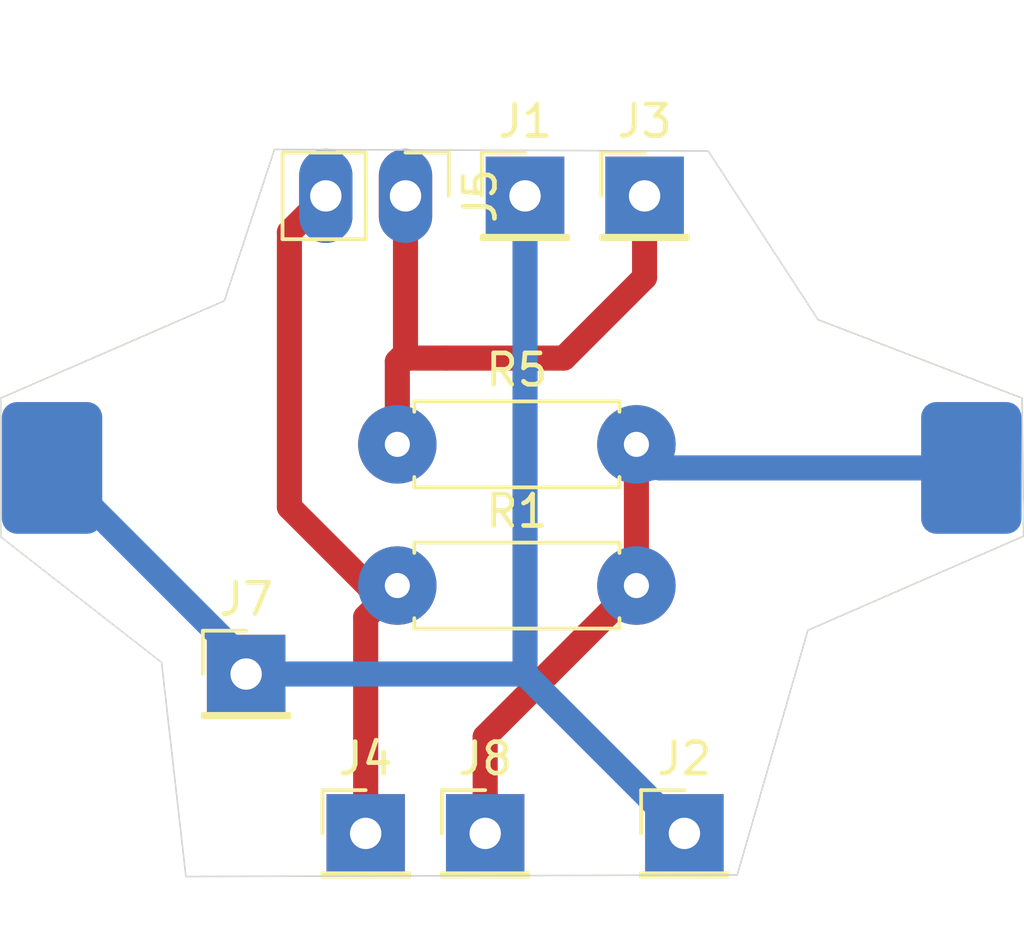
<source format=kicad_pcb>
(kicad_pcb (version 20241229) (generator "pcbnew") (generator_version "9.0")
  (layers (0 "F.Cu" signal) (2 "B.Cu" signal) (13 "F.Paste" user) (15 "B.Paste" user) (5 "F.SilkS" user "F.Silkscreen") (7 "B.SilkS" user "B.Silkscreen") (1 "F.Mask" user) (3 "B.Mask" user) (25 "Edge.Cuts" user))
  (net 0 "")
  (net 1 "ADC1")
  (net 2 "ADC2")
  (net 3 "GND")
  (net 4 "VCC")
  (footprint "Connector_PinHeader_2.54mm:PinHeader_1x01_P2.54mm_Vertical" (layer "F.Cu") (at 115.57 100.33)
    (property "Reference" "J3" (at 0 -2.38 0) (layer "F.SilkS"))
    (property "Value" "Photocell_1_V-")
    (fp_line (start -1.38 -1.38) (end 0 -1.38) (stroke (width 0.12)) (layer "F.SilkS"))
    (fp_line (start -1.38 0) (end -1.38 -1.38) (stroke (width 0.12)) (layer "F.SilkS"))
    (fp_line (start -1.38 1.27) (end -1.38 1.38) (stroke (width 0.12)) (layer "F.SilkS"))
    (fp_line (start -1.38 1.27) (end 1.38 1.27) (stroke (width 0.12)) (layer "F.SilkS"))
    (fp_line (start -1.38 1.38) (end 1.38 1.38) (stroke (width 0.12)) (layer "F.SilkS"))
    (fp_line (start 1.38 1.27) (end 1.38 1.38) (stroke (width 0.12)) (layer "F.SilkS"))
    (pad "1" thru_hole rect (at 0 0) (size 2.5 2.5) (drill 1) (layers "*.Cu" "*.Mask") (net 1 "ADC1"))
  )
  (footprint "Connector_PinHeader_2.54mm:PinHeader_1x01_P2.54mm_Vertical" (layer "F.Cu") (at 106.68 120.65)
    (property "Reference" "J4" (at 0 -2.38 0) (layer "F.SilkS"))
    (property "Value" "Photocell_2_V-")
    (fp_line (start -1.38 -1.38) (end 0 -1.38) (stroke (width 0.12)) (layer "F.SilkS"))
    (fp_line (start -1.38 0) (end -1.38 -1.38) (stroke (width 0.12)) (layer "F.SilkS"))
    (fp_line (start -1.38 1.27) (end -1.38 1.38) (stroke (width 0.12)) (layer "F.SilkS"))
    (fp_line (start -1.38 1.27) (end 1.38 1.27) (stroke (width 0.12)) (layer "F.SilkS"))
    (fp_line (start -1.38 1.38) (end 1.38 1.38) (stroke (width 0.12)) (layer "F.SilkS"))
    (fp_line (start 1.38 1.27) (end 1.38 1.38) (stroke (width 0.12)) (layer "F.SilkS"))
    (pad "1" thru_hole rect (at 0 0) (size 2.5 2.5) (drill 1) (layers "*.Cu" "*.Mask") (net 2 "ADC2"))
  )
  (footprint "Connector_PinHeader_2.54mm:PinHeader_1x01_P2.54mm_Vertical" (layer "F.Cu") (at 102.87 115.57)
    (property "Reference" "J7" (at 0 -2.38 0) (layer "F.SilkS"))
    (property "Value" "Photocell_1_V-")
    (fp_line (start -1.38 -1.38) (end 0 -1.38) (stroke (width 0.12)) (layer "F.SilkS"))
    (fp_line (start -1.38 0) (end -1.38 -1.38) (stroke (width 0.12)) (layer "F.SilkS"))
    (fp_line (start -1.38 1.27) (end -1.38 1.38) (stroke (width 0.12)) (layer "F.SilkS"))
    (fp_line (start -1.38 1.27) (end 1.38 1.27) (stroke (width 0.12)) (layer "F.SilkS"))
    (fp_line (start -1.38 1.38) (end 1.38 1.38) (stroke (width 0.12)) (layer "F.SilkS"))
    (fp_line (start 1.38 1.27) (end 1.38 1.38) (stroke (width 0.12)) (layer "F.SilkS"))
    (pad "1" thru_hole rect (at 0 0) (size 2.5 2.5) (drill 1) (layers "*.Cu" "*.Mask") (net 4 "VCC"))
  )
  (footprint "Connector_PinHeader_2.54mm:PinHeader_1x01_P2.54mm_Vertical" (layer "F.Cu") (at 116.84 120.65)
    (property "Reference" "J2" (at 0 -2.38 0) (layer "F.SilkS"))
    (property "Value" "Photocell_2_V+")
    (fp_line (start -1.38 -1.38) (end 0 -1.38) (stroke (width 0.12)) (layer "F.SilkS"))
    (fp_line (start -1.38 0) (end -1.38 -1.38) (stroke (width 0.12)) (layer "F.SilkS"))
    (fp_line (start -1.38 1.27) (end -1.38 1.38) (stroke (width 0.12)) (layer "F.SilkS"))
    (fp_line (start -1.38 1.27) (end 1.38 1.27) (stroke (width 0.12)) (layer "F.SilkS"))
    (fp_line (start -1.38 1.38) (end 1.38 1.38) (stroke (width 0.12)) (layer "F.SilkS"))
    (fp_line (start 1.38 1.27) (end 1.38 1.38) (stroke (width 0.12)) (layer "F.SilkS"))
    (pad "1" thru_hole rect (at 0 0) (size 2.5 2.5) (drill 1) (layers "*.Cu" "*.Mask") (net 4 "VCC"))
  )
  (footprint "Connector_PinHeader_2.54mm:PinHeader_1x01_P2.54mm_Vertical" (layer "F.Cu") (at 111.76 100.33)
    (property "Reference" "J1" (at 0 -2.38 0) (layer "F.SilkS"))
    (property "Value" "Photocell_1_V+")
    (fp_line (start -1.38 -1.38) (end 0 -1.38) (stroke (width 0.12)) (layer "F.SilkS"))
    (fp_line (start -1.38 0) (end -1.38 -1.38) (stroke (width 0.12)) (layer "F.SilkS"))
    (fp_line (start -1.38 1.27) (end -1.38 1.38) (stroke (width 0.12)) (layer "F.SilkS"))
    (fp_line (start -1.38 1.27) (end 1.38 1.27) (stroke (width 0.12)) (layer "F.SilkS"))
    (fp_line (start -1.38 1.38) (end 1.38 1.38) (stroke (width 0.12)) (layer "F.SilkS"))
    (fp_line (start 1.38 1.27) (end 1.38 1.38) (stroke (width 0.12)) (layer "F.SilkS"))
    (pad "1" thru_hole rect (at 0 0) (size 2.5 2.5) (drill 1) (layers "*.Cu" "*.Mask") (net 4 "VCC"))
  )
  (footprint "Resistor_THT:R_Axial_DIN0207_L6.3mm_D2.5mm_P7.62mm_Horizontal" (layer "F.Cu") (at 107.69 112.75)
    (property "Reference" "R1" (at 3.81 -2.37 0) (layer "F.SilkS"))
    (property "Value" "3.3k")
    (fp_line (start 0.54 -1.37) (end 7.08 -1.37) (stroke (width 0.12)) (layer "F.SilkS"))
    (fp_line (start 0.54 -1.04) (end 0.54 -1.37) (stroke (width 0.12)) (layer "F.SilkS"))
    (fp_line (start 0.54 1.04) (end 0.54 1.37) (stroke (width 0.12)) (layer "F.SilkS"))
    (fp_line (start 0.54 1.37) (end 7.08 1.37) (stroke (width 0.12)) (layer "F.SilkS"))
    (fp_line (start 7.08 -1.37) (end 7.08 -1.04) (stroke (width 0.12)) (layer "F.SilkS"))
    (fp_line (start 7.08 1.37) (end 7.08 1.04) (stroke (width 0.12)) (layer "F.SilkS"))
    (pad "1" thru_hole circle (at 0 0) (size 2.5 2.5) (drill 0.8) (layers "*.Cu" "*.Mask") (net 2 "ADC2"))
    (pad "2" thru_hole circle (at 7.62 0) (size 2.5 2.5) (drill 0.8) (layers "*.Cu" "*.Mask") (net 3 "GND"))
  )
  (footprint "Resistor_THT:R_Axial_DIN0207_L6.3mm_D2.5mm_P7.62mm_Horizontal" (layer "F.Cu") (at 107.69 108.25)
    (property "Reference" "R5" (at 3.81 -2.37 0) (layer "F.SilkS"))
    (property "Value" "3.3k")
    (fp_line (start 0.54 -1.37) (end 7.08 -1.37) (stroke (width 0.12)) (layer "F.SilkS"))
    (fp_line (start 0.54 -1.04) (end 0.54 -1.37) (stroke (width 0.12)) (layer "F.SilkS"))
    (fp_line (start 0.54 1.04) (end 0.54 1.37) (stroke (width 0.12)) (layer "F.SilkS"))
    (fp_line (start 0.54 1.37) (end 7.08 1.37) (stroke (width 0.12)) (layer "F.SilkS"))
    (fp_line (start 7.08 -1.37) (end 7.08 -1.04) (stroke (width 0.12)) (layer "F.SilkS"))
    (fp_line (start 7.08 1.37) (end 7.08 1.04) (stroke (width 0.12)) (layer "F.SilkS"))
    (pad "1" thru_hole circle (at 0 0) (size 2.5 2.5) (drill 0.8) (layers "*.Cu" "*.Mask") (net 1 "ADC1"))
    (pad "2" thru_hole circle (at 7.62 0) (size 2.5 2.5) (drill 0.8) (layers "*.Cu" "*.Mask") (net 3 "GND"))
  )
  (footprint "Connector_PinHeader_2.54mm:PinHeader_1x01_P2.54mm_Vertical" (layer "F.Cu") (at 110.49 120.65)
    (property "Reference" "J8" (at 0 -2.38 0) (layer "F.SilkS"))
    (property "Value" "GND Pin")
    (fp_line (start -1.38 -1.38) (end 0 -1.38) (stroke (width 0.12)) (layer "F.SilkS"))
    (fp_line (start -1.38 0) (end -1.38 -1.38) (stroke (width 0.12)) (layer "F.SilkS"))
    (fp_line (start -1.38 1.27) (end -1.38 1.38) (stroke (width 0.12)) (layer "F.SilkS"))
    (fp_line (start -1.38 1.27) (end 1.38 1.27) (stroke (width 0.12)) (layer "F.SilkS"))
    (fp_line (start -1.38 1.38) (end 1.38 1.38) (stroke (width 0.12)) (layer "F.SilkS"))
    (fp_line (start 1.38 1.27) (end 1.38 1.38) (stroke (width 0.12)) (layer "F.SilkS"))
    (pad "1" thru_hole rect (at 0 0) (size 2.5 2.5) (drill 1) (layers "*.Cu" "*.Mask") (net 3 "GND"))
  )
  (footprint "Connector_PinHeader_2.54mm:PinHeader_1x02_P2.54mm_Vertical" (layer "F.Cu") (at 107.95 100.33 -90)
    (property "Reference" "J5" (at 0 -2.38 90) (layer "F.SilkS"))
    (property "Value" "Conn_01x02_Pin")
    (fp_line (start -1.38 3.92) (end 1.38 3.92) (stroke (width 0.12)) (layer "F.SilkS"))
    (fp_line (start -1.38 1.27) (end -1.38 3.92) (stroke (width 0.12)) (layer "F.SilkS"))
    (fp_line (start -1.38 1.27) (end 1.38 1.27) (stroke (width 0.12)) (layer "F.SilkS"))
    (fp_line (start 1.38 1.27) (end 1.38 3.92) (stroke (width 0.12)) (layer "F.SilkS"))
    (fp_line (start -1.38 0) (end -1.38 -1.38) (stroke (width 0.12)) (layer "F.SilkS"))
    (fp_line (start -1.38 -1.38) (end 0 -1.38) (stroke (width 0.12)) (layer "F.SilkS"))
    (pad "1" thru_hole oval (at 0 0) (size 1.7 3) (drill 1) (layers "*.Cu" "*.Mask") (net 1 "ADC1"))
    (pad "2" thru_hole oval (at 0 2.54) (size 1.7 3) (drill 1) (layers "*.Cu" "*.Mask") (net 2 "ADC2"))
  )
  (footprint "EggPCB:CoinCellBat" (layer "B.Cu") (at 111.335 109 180)
    (property "Reference" "Battery1" (hide yes))
    (property "Value" "~")
    (pad "1" smd roundrect (at 14.65 0 180) (size 3.2 4.2) (layers "B.Cu" "B.Mask" "B.Paste") (roundrect_rratio 0.15) (net 4 "VCC"))
    (pad "2" smd roundrect (at -14.65 0 180) (size 3.2 4.2) (layers "B.Cu" "B.Mask" "B.Paste") (roundrect_rratio 0.15) (net 3 "GND"))
  )
  (gr_poly (pts (xy 118.525 121.975) (xy 120.775 114.175) (xy 127.65 111.175) (xy 127.6 106.775) (xy 121.1 104.275) (xy 117.6 98.9) (xy 103.775 98.85) (xy 102.175 103.675) (xy 95.05 106.775) (xy 95.05 111.2) (xy 100.175 115.2) (xy 100.95 122.025)) (stroke (width 0.05)) (fill no) (layer "Edge.Cuts"))
  (segment (start 107.95 100.33) (end 107.95 105.35) (width 0.8) (layer "F.Cu") (net 1))
  (segment (start 115.57 102.93) (end 115.57 100.33) (width 0.8) (layer "F.Cu") (net 1))
  (segment (start 108.1 105.5) (end 109.25 105.5) (width 0.8) (layer "F.Cu") (net 1))
  (segment (start 109.25 105.5) (end 113 105.5) (width 0.8) (layer "F.Cu") (net 1))
  (segment (start 107.69 105.61) (end 107.95 105.35) (width 0.8) (layer "F.Cu") (net 1))
  (segment (start 113 105.5) (end 115.57 102.93) (width 0.8) (layer "F.Cu") (net 1))
  (segment (start 107.95 105.35) (end 108.1 105.5) (width 0.8) (layer "F.Cu") (net 1))
  (segment (start 107.69 108.25) (end 107.69 105.61) (width 0.8) (layer "F.Cu") (net 1))
  (segment (start 104.25 110.25) (end 104.25 101.49) (width 0.8) (layer "F.Cu") (net 2))
  (segment (start 106.68 113.76) (end 107.69 112.75) (width 0.8) (layer "F.Cu") (net 2))
  (segment (start 104.25 101.49) (end 105.41 100.33) (width 0.8) (layer "F.Cu") (net 2))
  (segment (start 106.68 120.65) (end 106.68 113.76) (width 0.8) (layer "F.Cu") (net 2))
  (segment (start 107.69 112.75) (end 106.75 112.75) (width 0.8) (layer "F.Cu") (net 2))
  (segment (start 106.75 112.75) (end 104.25 110.25) (width 0.8) (layer "F.Cu") (net 2))
  (segment (start 115.31 112.75) (end 110.49 117.57) (width 0.8) (layer "F.Cu") (net 3))
  (segment (start 115.31 108.25) (end 115.31 112.75) (width 0.8) (layer "F.Cu") (net 3))
  (segment (start 110.49 117.57) (end 110.49 120.65) (width 0.8) (layer "F.Cu") (net 3))
  (segment (start 116.06 109) (end 115.31 108.25) (width 0.8) (layer "B.Cu") (net 3))
  (segment (start 125.985 109) (end 116.06 109) (width 0.8) (layer "B.Cu") (net 3))
  (segment (start 115.799999 108.999999) (end 115 108.2) (width 0.8) (layer "B.Cu") (net 3))
  (segment (start 102.87 115.57) (end 111.76 115.57) (width 0.8) (layer "B.Cu") (net 4))
  (segment (start 102.87 115.185) (end 96.685 109) (width 0.8) (layer "B.Cu") (net 4))
  (segment (start 111.76 115.57) (end 116.84 120.65) (width 0.8) (layer "B.Cu") (net 4))
  (segment (start 102.87 115.57) (end 102.87 115.185) (width 0.8) (layer "B.Cu") (net 4))
  (segment (start 111.76 100.33) (end 111.76 115.57) (width 0.8) (layer "B.Cu") (net 4))
)
</source>
